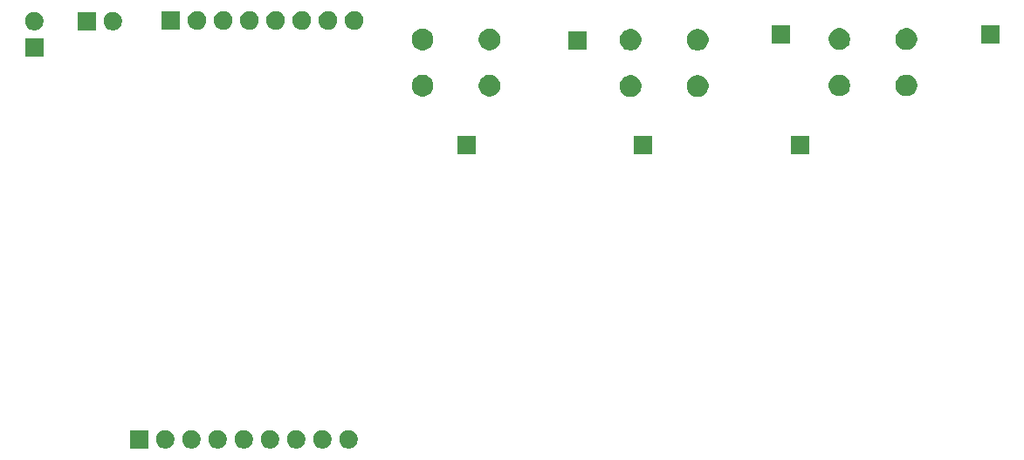
<source format=gbr>
G04 #@! TF.GenerationSoftware,KiCad,Pcbnew,(5.1.5)-3*
G04 #@! TF.CreationDate,2020-02-26T16:32:23+01:00*
G04 #@! TF.ProjectId,Testingboard,54657374-696e-4676-926f-6172642e6b69,rev?*
G04 #@! TF.SameCoordinates,Original*
G04 #@! TF.FileFunction,Soldermask,Bot*
G04 #@! TF.FilePolarity,Negative*
%FSLAX46Y46*%
G04 Gerber Fmt 4.6, Leading zero omitted, Abs format (unit mm)*
G04 Created by KiCad (PCBNEW (5.1.5)-3) date 2020-02-26 16:32:23*
%MOMM*%
%LPD*%
G04 APERTURE LIST*
%ADD10C,0.100000*%
G04 APERTURE END LIST*
D10*
G36*
X105523512Y-80383927D02*
G01*
X105672812Y-80413624D01*
X105836784Y-80481544D01*
X105984354Y-80580147D01*
X106109853Y-80705646D01*
X106208456Y-80853216D01*
X106276376Y-81017188D01*
X106311000Y-81191259D01*
X106311000Y-81368741D01*
X106276376Y-81542812D01*
X106208456Y-81706784D01*
X106109853Y-81854354D01*
X105984354Y-81979853D01*
X105836784Y-82078456D01*
X105672812Y-82146376D01*
X105523512Y-82176073D01*
X105498742Y-82181000D01*
X105321258Y-82181000D01*
X105296488Y-82176073D01*
X105147188Y-82146376D01*
X104983216Y-82078456D01*
X104835646Y-81979853D01*
X104710147Y-81854354D01*
X104611544Y-81706784D01*
X104543624Y-81542812D01*
X104509000Y-81368741D01*
X104509000Y-81191259D01*
X104543624Y-81017188D01*
X104611544Y-80853216D01*
X104710147Y-80705646D01*
X104835646Y-80580147D01*
X104983216Y-80481544D01*
X105147188Y-80413624D01*
X105296488Y-80383927D01*
X105321258Y-80379000D01*
X105498742Y-80379000D01*
X105523512Y-80383927D01*
G37*
G36*
X118223512Y-80383927D02*
G01*
X118372812Y-80413624D01*
X118536784Y-80481544D01*
X118684354Y-80580147D01*
X118809853Y-80705646D01*
X118908456Y-80853216D01*
X118976376Y-81017188D01*
X119011000Y-81191259D01*
X119011000Y-81368741D01*
X118976376Y-81542812D01*
X118908456Y-81706784D01*
X118809853Y-81854354D01*
X118684354Y-81979853D01*
X118536784Y-82078456D01*
X118372812Y-82146376D01*
X118223512Y-82176073D01*
X118198742Y-82181000D01*
X118021258Y-82181000D01*
X117996488Y-82176073D01*
X117847188Y-82146376D01*
X117683216Y-82078456D01*
X117535646Y-81979853D01*
X117410147Y-81854354D01*
X117311544Y-81706784D01*
X117243624Y-81542812D01*
X117209000Y-81368741D01*
X117209000Y-81191259D01*
X117243624Y-81017188D01*
X117311544Y-80853216D01*
X117410147Y-80705646D01*
X117535646Y-80580147D01*
X117683216Y-80481544D01*
X117847188Y-80413624D01*
X117996488Y-80383927D01*
X118021258Y-80379000D01*
X118198742Y-80379000D01*
X118223512Y-80383927D01*
G37*
G36*
X120763512Y-80383927D02*
G01*
X120912812Y-80413624D01*
X121076784Y-80481544D01*
X121224354Y-80580147D01*
X121349853Y-80705646D01*
X121448456Y-80853216D01*
X121516376Y-81017188D01*
X121551000Y-81191259D01*
X121551000Y-81368741D01*
X121516376Y-81542812D01*
X121448456Y-81706784D01*
X121349853Y-81854354D01*
X121224354Y-81979853D01*
X121076784Y-82078456D01*
X120912812Y-82146376D01*
X120763512Y-82176073D01*
X120738742Y-82181000D01*
X120561258Y-82181000D01*
X120536488Y-82176073D01*
X120387188Y-82146376D01*
X120223216Y-82078456D01*
X120075646Y-81979853D01*
X119950147Y-81854354D01*
X119851544Y-81706784D01*
X119783624Y-81542812D01*
X119749000Y-81368741D01*
X119749000Y-81191259D01*
X119783624Y-81017188D01*
X119851544Y-80853216D01*
X119950147Y-80705646D01*
X120075646Y-80580147D01*
X120223216Y-80481544D01*
X120387188Y-80413624D01*
X120536488Y-80383927D01*
X120561258Y-80379000D01*
X120738742Y-80379000D01*
X120763512Y-80383927D01*
G37*
G36*
X115683512Y-80383927D02*
G01*
X115832812Y-80413624D01*
X115996784Y-80481544D01*
X116144354Y-80580147D01*
X116269853Y-80705646D01*
X116368456Y-80853216D01*
X116436376Y-81017188D01*
X116471000Y-81191259D01*
X116471000Y-81368741D01*
X116436376Y-81542812D01*
X116368456Y-81706784D01*
X116269853Y-81854354D01*
X116144354Y-81979853D01*
X115996784Y-82078456D01*
X115832812Y-82146376D01*
X115683512Y-82176073D01*
X115658742Y-82181000D01*
X115481258Y-82181000D01*
X115456488Y-82176073D01*
X115307188Y-82146376D01*
X115143216Y-82078456D01*
X114995646Y-81979853D01*
X114870147Y-81854354D01*
X114771544Y-81706784D01*
X114703624Y-81542812D01*
X114669000Y-81368741D01*
X114669000Y-81191259D01*
X114703624Y-81017188D01*
X114771544Y-80853216D01*
X114870147Y-80705646D01*
X114995646Y-80580147D01*
X115143216Y-80481544D01*
X115307188Y-80413624D01*
X115456488Y-80383927D01*
X115481258Y-80379000D01*
X115658742Y-80379000D01*
X115683512Y-80383927D01*
G37*
G36*
X113143512Y-80383927D02*
G01*
X113292812Y-80413624D01*
X113456784Y-80481544D01*
X113604354Y-80580147D01*
X113729853Y-80705646D01*
X113828456Y-80853216D01*
X113896376Y-81017188D01*
X113931000Y-81191259D01*
X113931000Y-81368741D01*
X113896376Y-81542812D01*
X113828456Y-81706784D01*
X113729853Y-81854354D01*
X113604354Y-81979853D01*
X113456784Y-82078456D01*
X113292812Y-82146376D01*
X113143512Y-82176073D01*
X113118742Y-82181000D01*
X112941258Y-82181000D01*
X112916488Y-82176073D01*
X112767188Y-82146376D01*
X112603216Y-82078456D01*
X112455646Y-81979853D01*
X112330147Y-81854354D01*
X112231544Y-81706784D01*
X112163624Y-81542812D01*
X112129000Y-81368741D01*
X112129000Y-81191259D01*
X112163624Y-81017188D01*
X112231544Y-80853216D01*
X112330147Y-80705646D01*
X112455646Y-80580147D01*
X112603216Y-80481544D01*
X112767188Y-80413624D01*
X112916488Y-80383927D01*
X112941258Y-80379000D01*
X113118742Y-80379000D01*
X113143512Y-80383927D01*
G37*
G36*
X110603512Y-80383927D02*
G01*
X110752812Y-80413624D01*
X110916784Y-80481544D01*
X111064354Y-80580147D01*
X111189853Y-80705646D01*
X111288456Y-80853216D01*
X111356376Y-81017188D01*
X111391000Y-81191259D01*
X111391000Y-81368741D01*
X111356376Y-81542812D01*
X111288456Y-81706784D01*
X111189853Y-81854354D01*
X111064354Y-81979853D01*
X110916784Y-82078456D01*
X110752812Y-82146376D01*
X110603512Y-82176073D01*
X110578742Y-82181000D01*
X110401258Y-82181000D01*
X110376488Y-82176073D01*
X110227188Y-82146376D01*
X110063216Y-82078456D01*
X109915646Y-81979853D01*
X109790147Y-81854354D01*
X109691544Y-81706784D01*
X109623624Y-81542812D01*
X109589000Y-81368741D01*
X109589000Y-81191259D01*
X109623624Y-81017188D01*
X109691544Y-80853216D01*
X109790147Y-80705646D01*
X109915646Y-80580147D01*
X110063216Y-80481544D01*
X110227188Y-80413624D01*
X110376488Y-80383927D01*
X110401258Y-80379000D01*
X110578742Y-80379000D01*
X110603512Y-80383927D01*
G37*
G36*
X108063512Y-80383927D02*
G01*
X108212812Y-80413624D01*
X108376784Y-80481544D01*
X108524354Y-80580147D01*
X108649853Y-80705646D01*
X108748456Y-80853216D01*
X108816376Y-81017188D01*
X108851000Y-81191259D01*
X108851000Y-81368741D01*
X108816376Y-81542812D01*
X108748456Y-81706784D01*
X108649853Y-81854354D01*
X108524354Y-81979853D01*
X108376784Y-82078456D01*
X108212812Y-82146376D01*
X108063512Y-82176073D01*
X108038742Y-82181000D01*
X107861258Y-82181000D01*
X107836488Y-82176073D01*
X107687188Y-82146376D01*
X107523216Y-82078456D01*
X107375646Y-81979853D01*
X107250147Y-81854354D01*
X107151544Y-81706784D01*
X107083624Y-81542812D01*
X107049000Y-81368741D01*
X107049000Y-81191259D01*
X107083624Y-81017188D01*
X107151544Y-80853216D01*
X107250147Y-80705646D01*
X107375646Y-80580147D01*
X107523216Y-80481544D01*
X107687188Y-80413624D01*
X107836488Y-80383927D01*
X107861258Y-80379000D01*
X108038742Y-80379000D01*
X108063512Y-80383927D01*
G37*
G36*
X101231000Y-82181000D02*
G01*
X99429000Y-82181000D01*
X99429000Y-80379000D01*
X101231000Y-80379000D01*
X101231000Y-82181000D01*
G37*
G36*
X102983512Y-80383927D02*
G01*
X103132812Y-80413624D01*
X103296784Y-80481544D01*
X103444354Y-80580147D01*
X103569853Y-80705646D01*
X103668456Y-80853216D01*
X103736376Y-81017188D01*
X103771000Y-81191259D01*
X103771000Y-81368741D01*
X103736376Y-81542812D01*
X103668456Y-81706784D01*
X103569853Y-81854354D01*
X103444354Y-81979853D01*
X103296784Y-82078456D01*
X103132812Y-82146376D01*
X102983512Y-82176073D01*
X102958742Y-82181000D01*
X102781258Y-82181000D01*
X102756488Y-82176073D01*
X102607188Y-82146376D01*
X102443216Y-82078456D01*
X102295646Y-81979853D01*
X102170147Y-81854354D01*
X102071544Y-81706784D01*
X102003624Y-81542812D01*
X101969000Y-81368741D01*
X101969000Y-81191259D01*
X102003624Y-81017188D01*
X102071544Y-80853216D01*
X102170147Y-80705646D01*
X102295646Y-80580147D01*
X102443216Y-80481544D01*
X102607188Y-80413624D01*
X102756488Y-80383927D01*
X102781258Y-80379000D01*
X102958742Y-80379000D01*
X102983512Y-80383927D01*
G37*
G36*
X165366000Y-53606000D02*
G01*
X163564000Y-53606000D01*
X163564000Y-51804000D01*
X165366000Y-51804000D01*
X165366000Y-53606000D01*
G37*
G36*
X132981000Y-53606000D02*
G01*
X131179000Y-53606000D01*
X131179000Y-51804000D01*
X132981000Y-51804000D01*
X132981000Y-53606000D01*
G37*
G36*
X150126000Y-53606000D02*
G01*
X148324000Y-53606000D01*
X148324000Y-51804000D01*
X150126000Y-51804000D01*
X150126000Y-53606000D01*
G37*
G36*
X154816565Y-45939390D02*
G01*
X155007834Y-46018616D01*
X155007836Y-46018617D01*
X155179974Y-46133636D01*
X155326366Y-46280028D01*
X155424681Y-46427166D01*
X155441386Y-46452168D01*
X155520612Y-46643437D01*
X155561001Y-46846485D01*
X155561001Y-47053517D01*
X155520612Y-47256565D01*
X155466238Y-47387836D01*
X155441385Y-47447836D01*
X155326366Y-47619974D01*
X155179974Y-47766366D01*
X155007836Y-47881385D01*
X155007835Y-47881386D01*
X155007834Y-47881386D01*
X154816565Y-47960612D01*
X154613517Y-48001001D01*
X154406485Y-48001001D01*
X154203437Y-47960612D01*
X154012168Y-47881386D01*
X154012167Y-47881386D01*
X154012166Y-47881385D01*
X153840028Y-47766366D01*
X153693636Y-47619974D01*
X153578617Y-47447836D01*
X153553764Y-47387836D01*
X153499390Y-47256565D01*
X153459001Y-47053517D01*
X153459001Y-46846485D01*
X153499390Y-46643437D01*
X153578616Y-46452168D01*
X153595322Y-46427166D01*
X153693636Y-46280028D01*
X153840028Y-46133636D01*
X154012166Y-46018617D01*
X154012168Y-46018616D01*
X154203437Y-45939390D01*
X154406485Y-45899001D01*
X154613517Y-45899001D01*
X154816565Y-45939390D01*
G37*
G36*
X148316565Y-45939390D02*
G01*
X148507834Y-46018616D01*
X148507836Y-46018617D01*
X148679974Y-46133636D01*
X148826366Y-46280028D01*
X148924681Y-46427166D01*
X148941386Y-46452168D01*
X149020612Y-46643437D01*
X149061001Y-46846485D01*
X149061001Y-47053517D01*
X149020612Y-47256565D01*
X148966238Y-47387836D01*
X148941385Y-47447836D01*
X148826366Y-47619974D01*
X148679974Y-47766366D01*
X148507836Y-47881385D01*
X148507835Y-47881386D01*
X148507834Y-47881386D01*
X148316565Y-47960612D01*
X148113517Y-48001001D01*
X147906485Y-48001001D01*
X147703437Y-47960612D01*
X147512168Y-47881386D01*
X147512167Y-47881386D01*
X147512166Y-47881385D01*
X147340028Y-47766366D01*
X147193636Y-47619974D01*
X147078617Y-47447836D01*
X147053764Y-47387836D01*
X146999390Y-47256565D01*
X146959001Y-47053517D01*
X146959001Y-46846485D01*
X146999390Y-46643437D01*
X147078616Y-46452168D01*
X147095322Y-46427166D01*
X147193636Y-46280028D01*
X147340028Y-46133636D01*
X147512166Y-46018617D01*
X147512168Y-46018616D01*
X147703437Y-45939390D01*
X147906485Y-45899001D01*
X148113517Y-45899001D01*
X148316565Y-45939390D01*
G37*
G36*
X134636565Y-45914390D02*
G01*
X134827834Y-45993616D01*
X134827836Y-45993617D01*
X134999974Y-46108636D01*
X135146366Y-46255028D01*
X135237999Y-46392166D01*
X135261386Y-46427168D01*
X135340612Y-46618437D01*
X135381001Y-46821485D01*
X135381001Y-47028517D01*
X135340612Y-47231565D01*
X135261386Y-47422834D01*
X135261385Y-47422836D01*
X135146366Y-47594974D01*
X134999974Y-47741366D01*
X134827836Y-47856385D01*
X134827835Y-47856386D01*
X134827834Y-47856386D01*
X134636565Y-47935612D01*
X134433517Y-47976001D01*
X134226485Y-47976001D01*
X134023437Y-47935612D01*
X133832168Y-47856386D01*
X133832167Y-47856386D01*
X133832166Y-47856385D01*
X133660028Y-47741366D01*
X133513636Y-47594974D01*
X133398617Y-47422836D01*
X133398616Y-47422834D01*
X133319390Y-47231565D01*
X133279001Y-47028517D01*
X133279001Y-46821485D01*
X133319390Y-46618437D01*
X133398616Y-46427168D01*
X133422004Y-46392166D01*
X133513636Y-46255028D01*
X133660028Y-46108636D01*
X133832166Y-45993617D01*
X133832168Y-45993616D01*
X134023437Y-45914390D01*
X134226485Y-45874001D01*
X134433517Y-45874001D01*
X134636565Y-45914390D01*
G37*
G36*
X128136565Y-45914390D02*
G01*
X128327834Y-45993616D01*
X128327836Y-45993617D01*
X128499974Y-46108636D01*
X128646366Y-46255028D01*
X128737999Y-46392166D01*
X128761386Y-46427168D01*
X128840612Y-46618437D01*
X128881001Y-46821485D01*
X128881001Y-47028517D01*
X128840612Y-47231565D01*
X128761386Y-47422834D01*
X128761385Y-47422836D01*
X128646366Y-47594974D01*
X128499974Y-47741366D01*
X128327836Y-47856385D01*
X128327835Y-47856386D01*
X128327834Y-47856386D01*
X128136565Y-47935612D01*
X127933517Y-47976001D01*
X127726485Y-47976001D01*
X127523437Y-47935612D01*
X127332168Y-47856386D01*
X127332167Y-47856386D01*
X127332166Y-47856385D01*
X127160028Y-47741366D01*
X127013636Y-47594974D01*
X126898617Y-47422836D01*
X126898616Y-47422834D01*
X126819390Y-47231565D01*
X126779001Y-47028517D01*
X126779001Y-46821485D01*
X126819390Y-46618437D01*
X126898616Y-46427168D01*
X126922004Y-46392166D01*
X127013636Y-46255028D01*
X127160028Y-46108636D01*
X127332166Y-45993617D01*
X127332168Y-45993616D01*
X127523437Y-45914390D01*
X127726485Y-45874001D01*
X127933517Y-45874001D01*
X128136565Y-45914390D01*
G37*
G36*
X175071565Y-45879390D02*
G01*
X175262834Y-45958616D01*
X175262836Y-45958617D01*
X175315217Y-45993617D01*
X175434974Y-46073636D01*
X175581366Y-46220028D01*
X175696386Y-46392168D01*
X175775612Y-46583437D01*
X175816001Y-46786485D01*
X175816001Y-46993517D01*
X175775612Y-47196565D01*
X175696386Y-47387834D01*
X175696385Y-47387836D01*
X175581366Y-47559974D01*
X175434974Y-47706366D01*
X175262836Y-47821385D01*
X175262835Y-47821386D01*
X175262834Y-47821386D01*
X175071565Y-47900612D01*
X174868517Y-47941001D01*
X174661485Y-47941001D01*
X174458437Y-47900612D01*
X174267168Y-47821386D01*
X174267167Y-47821386D01*
X174267166Y-47821385D01*
X174095028Y-47706366D01*
X173948636Y-47559974D01*
X173833617Y-47387836D01*
X173833616Y-47387834D01*
X173754390Y-47196565D01*
X173714001Y-46993517D01*
X173714001Y-46786485D01*
X173754390Y-46583437D01*
X173833616Y-46392168D01*
X173948636Y-46220028D01*
X174095028Y-46073636D01*
X174214785Y-45993617D01*
X174267166Y-45958617D01*
X174267168Y-45958616D01*
X174458437Y-45879390D01*
X174661485Y-45839001D01*
X174868517Y-45839001D01*
X175071565Y-45879390D01*
G37*
G36*
X168571565Y-45879390D02*
G01*
X168762834Y-45958616D01*
X168762836Y-45958617D01*
X168815217Y-45993617D01*
X168934974Y-46073636D01*
X169081366Y-46220028D01*
X169196386Y-46392168D01*
X169275612Y-46583437D01*
X169316001Y-46786485D01*
X169316001Y-46993517D01*
X169275612Y-47196565D01*
X169196386Y-47387834D01*
X169196385Y-47387836D01*
X169081366Y-47559974D01*
X168934974Y-47706366D01*
X168762836Y-47821385D01*
X168762835Y-47821386D01*
X168762834Y-47821386D01*
X168571565Y-47900612D01*
X168368517Y-47941001D01*
X168161485Y-47941001D01*
X167958437Y-47900612D01*
X167767168Y-47821386D01*
X167767167Y-47821386D01*
X167767166Y-47821385D01*
X167595028Y-47706366D01*
X167448636Y-47559974D01*
X167333617Y-47387836D01*
X167333616Y-47387834D01*
X167254390Y-47196565D01*
X167214001Y-46993517D01*
X167214001Y-46786485D01*
X167254390Y-46583437D01*
X167333616Y-46392168D01*
X167448636Y-46220028D01*
X167595028Y-46073636D01*
X167714785Y-45993617D01*
X167767166Y-45958617D01*
X167767168Y-45958616D01*
X167958437Y-45879390D01*
X168161485Y-45839001D01*
X168368517Y-45839001D01*
X168571565Y-45879390D01*
G37*
G36*
X91071000Y-44081000D02*
G01*
X89269000Y-44081000D01*
X89269000Y-42279000D01*
X91071000Y-42279000D01*
X91071000Y-44081000D01*
G37*
G36*
X148316565Y-41439390D02*
G01*
X148507834Y-41518616D01*
X148507836Y-41518617D01*
X148679974Y-41633636D01*
X148826366Y-41780028D01*
X148924681Y-41927166D01*
X148941386Y-41952168D01*
X149020612Y-42143437D01*
X149061001Y-42346485D01*
X149061001Y-42553517D01*
X149020612Y-42756565D01*
X148966238Y-42887836D01*
X148941385Y-42947836D01*
X148826366Y-43119974D01*
X148679974Y-43266366D01*
X148507836Y-43381385D01*
X148507835Y-43381386D01*
X148507834Y-43381386D01*
X148316565Y-43460612D01*
X148113517Y-43501001D01*
X147906485Y-43501001D01*
X147703437Y-43460612D01*
X147512168Y-43381386D01*
X147512167Y-43381386D01*
X147512166Y-43381385D01*
X147340028Y-43266366D01*
X147193636Y-43119974D01*
X147078617Y-42947836D01*
X147053764Y-42887836D01*
X146999390Y-42756565D01*
X146959001Y-42553517D01*
X146959001Y-42346485D01*
X146999390Y-42143437D01*
X147078616Y-41952168D01*
X147095322Y-41927166D01*
X147193636Y-41780028D01*
X147340028Y-41633636D01*
X147512166Y-41518617D01*
X147512168Y-41518616D01*
X147703437Y-41439390D01*
X147906485Y-41399001D01*
X148113517Y-41399001D01*
X148316565Y-41439390D01*
G37*
G36*
X154816565Y-41439390D02*
G01*
X155007834Y-41518616D01*
X155007836Y-41518617D01*
X155179974Y-41633636D01*
X155326366Y-41780028D01*
X155424681Y-41927166D01*
X155441386Y-41952168D01*
X155520612Y-42143437D01*
X155561001Y-42346485D01*
X155561001Y-42553517D01*
X155520612Y-42756565D01*
X155466238Y-42887836D01*
X155441385Y-42947836D01*
X155326366Y-43119974D01*
X155179974Y-43266366D01*
X155007836Y-43381385D01*
X155007835Y-43381386D01*
X155007834Y-43381386D01*
X154816565Y-43460612D01*
X154613517Y-43501001D01*
X154406485Y-43501001D01*
X154203437Y-43460612D01*
X154012168Y-43381386D01*
X154012167Y-43381386D01*
X154012166Y-43381385D01*
X153840028Y-43266366D01*
X153693636Y-43119974D01*
X153578617Y-42947836D01*
X153553764Y-42887836D01*
X153499390Y-42756565D01*
X153459001Y-42553517D01*
X153459001Y-42346485D01*
X153499390Y-42143437D01*
X153578616Y-41952168D01*
X153595322Y-41927166D01*
X153693636Y-41780028D01*
X153840028Y-41633636D01*
X154012166Y-41518617D01*
X154012168Y-41518616D01*
X154203437Y-41439390D01*
X154406485Y-41399001D01*
X154613517Y-41399001D01*
X154816565Y-41439390D01*
G37*
G36*
X134636565Y-41414390D02*
G01*
X134761160Y-41465999D01*
X134827836Y-41493617D01*
X134999974Y-41608636D01*
X135146366Y-41755028D01*
X135237999Y-41892166D01*
X135261386Y-41927168D01*
X135340612Y-42118437D01*
X135381001Y-42321485D01*
X135381001Y-42528517D01*
X135340612Y-42731565D01*
X135261386Y-42922834D01*
X135261385Y-42922836D01*
X135146366Y-43094974D01*
X134999974Y-43241366D01*
X134827836Y-43356385D01*
X134827835Y-43356386D01*
X134827834Y-43356386D01*
X134636565Y-43435612D01*
X134433517Y-43476001D01*
X134226485Y-43476001D01*
X134023437Y-43435612D01*
X133832168Y-43356386D01*
X133832167Y-43356386D01*
X133832166Y-43356385D01*
X133660028Y-43241366D01*
X133513636Y-43094974D01*
X133398617Y-42922836D01*
X133398616Y-42922834D01*
X133319390Y-42731565D01*
X133279001Y-42528517D01*
X133279001Y-42321485D01*
X133319390Y-42118437D01*
X133398616Y-41927168D01*
X133422004Y-41892166D01*
X133513636Y-41755028D01*
X133660028Y-41608636D01*
X133832166Y-41493617D01*
X133898842Y-41465999D01*
X134023437Y-41414390D01*
X134226485Y-41374001D01*
X134433517Y-41374001D01*
X134636565Y-41414390D01*
G37*
G36*
X128136565Y-41414390D02*
G01*
X128261160Y-41465999D01*
X128327836Y-41493617D01*
X128499974Y-41608636D01*
X128646366Y-41755028D01*
X128737999Y-41892166D01*
X128761386Y-41927168D01*
X128840612Y-42118437D01*
X128881001Y-42321485D01*
X128881001Y-42528517D01*
X128840612Y-42731565D01*
X128761386Y-42922834D01*
X128761385Y-42922836D01*
X128646366Y-43094974D01*
X128499974Y-43241366D01*
X128327836Y-43356385D01*
X128327835Y-43356386D01*
X128327834Y-43356386D01*
X128136565Y-43435612D01*
X127933517Y-43476001D01*
X127726485Y-43476001D01*
X127523437Y-43435612D01*
X127332168Y-43356386D01*
X127332167Y-43356386D01*
X127332166Y-43356385D01*
X127160028Y-43241366D01*
X127013636Y-43094974D01*
X126898617Y-42922836D01*
X126898616Y-42922834D01*
X126819390Y-42731565D01*
X126779001Y-42528517D01*
X126779001Y-42321485D01*
X126819390Y-42118437D01*
X126898616Y-41927168D01*
X126922004Y-41892166D01*
X127013636Y-41755028D01*
X127160028Y-41608636D01*
X127332166Y-41493617D01*
X127398842Y-41465999D01*
X127523437Y-41414390D01*
X127726485Y-41374001D01*
X127933517Y-41374001D01*
X128136565Y-41414390D01*
G37*
G36*
X143776000Y-43446000D02*
G01*
X141974000Y-43446000D01*
X141974000Y-41644000D01*
X143776000Y-41644000D01*
X143776000Y-43446000D01*
G37*
G36*
X175071565Y-41379390D02*
G01*
X175262834Y-41458616D01*
X175262836Y-41458617D01*
X175315217Y-41493617D01*
X175434974Y-41573636D01*
X175581366Y-41720028D01*
X175696386Y-41892168D01*
X175775612Y-42083437D01*
X175816001Y-42286485D01*
X175816001Y-42493517D01*
X175775612Y-42696565D01*
X175696386Y-42887834D01*
X175696385Y-42887836D01*
X175581366Y-43059974D01*
X175434974Y-43206366D01*
X175262836Y-43321385D01*
X175262835Y-43321386D01*
X175262834Y-43321386D01*
X175071565Y-43400612D01*
X174868517Y-43441001D01*
X174661485Y-43441001D01*
X174458437Y-43400612D01*
X174267168Y-43321386D01*
X174267167Y-43321386D01*
X174267166Y-43321385D01*
X174095028Y-43206366D01*
X173948636Y-43059974D01*
X173833617Y-42887836D01*
X173833616Y-42887834D01*
X173754390Y-42696565D01*
X173714001Y-42493517D01*
X173714001Y-42286485D01*
X173754390Y-42083437D01*
X173833616Y-41892168D01*
X173948636Y-41720028D01*
X174095028Y-41573636D01*
X174214785Y-41493617D01*
X174267166Y-41458617D01*
X174267168Y-41458616D01*
X174458437Y-41379390D01*
X174661485Y-41339001D01*
X174868517Y-41339001D01*
X175071565Y-41379390D01*
G37*
G36*
X168571565Y-41379390D02*
G01*
X168762834Y-41458616D01*
X168762836Y-41458617D01*
X168815217Y-41493617D01*
X168934974Y-41573636D01*
X169081366Y-41720028D01*
X169196386Y-41892168D01*
X169275612Y-42083437D01*
X169316001Y-42286485D01*
X169316001Y-42493517D01*
X169275612Y-42696565D01*
X169196386Y-42887834D01*
X169196385Y-42887836D01*
X169081366Y-43059974D01*
X168934974Y-43206366D01*
X168762836Y-43321385D01*
X168762835Y-43321386D01*
X168762834Y-43321386D01*
X168571565Y-43400612D01*
X168368517Y-43441001D01*
X168161485Y-43441001D01*
X167958437Y-43400612D01*
X167767168Y-43321386D01*
X167767167Y-43321386D01*
X167767166Y-43321385D01*
X167595028Y-43206366D01*
X167448636Y-43059974D01*
X167333617Y-42887836D01*
X167333616Y-42887834D01*
X167254390Y-42696565D01*
X167214001Y-42493517D01*
X167214001Y-42286485D01*
X167254390Y-42083437D01*
X167333616Y-41892168D01*
X167448636Y-41720028D01*
X167595028Y-41573636D01*
X167714785Y-41493617D01*
X167767166Y-41458617D01*
X167767168Y-41458616D01*
X167958437Y-41379390D01*
X168161485Y-41339001D01*
X168368517Y-41339001D01*
X168571565Y-41379390D01*
G37*
G36*
X163461000Y-42811000D02*
G01*
X161659000Y-42811000D01*
X161659000Y-41009000D01*
X163461000Y-41009000D01*
X163461000Y-42811000D01*
G37*
G36*
X183781000Y-42811000D02*
G01*
X181979000Y-42811000D01*
X181979000Y-41009000D01*
X183781000Y-41009000D01*
X183781000Y-42811000D01*
G37*
G36*
X97903512Y-39743927D02*
G01*
X98052812Y-39773624D01*
X98216784Y-39841544D01*
X98364354Y-39940147D01*
X98489853Y-40065646D01*
X98588456Y-40213216D01*
X98656376Y-40377188D01*
X98691000Y-40551259D01*
X98691000Y-40728741D01*
X98656376Y-40902812D01*
X98588456Y-41066784D01*
X98489853Y-41214354D01*
X98364354Y-41339853D01*
X98216784Y-41438456D01*
X98052812Y-41506376D01*
X97903512Y-41536073D01*
X97878742Y-41541000D01*
X97701258Y-41541000D01*
X97676488Y-41536073D01*
X97527188Y-41506376D01*
X97363216Y-41438456D01*
X97215646Y-41339853D01*
X97090147Y-41214354D01*
X96991544Y-41066784D01*
X96923624Y-40902812D01*
X96889000Y-40728741D01*
X96889000Y-40551259D01*
X96923624Y-40377188D01*
X96991544Y-40213216D01*
X97090147Y-40065646D01*
X97215646Y-39940147D01*
X97363216Y-39841544D01*
X97527188Y-39773624D01*
X97676488Y-39743927D01*
X97701258Y-39739000D01*
X97878742Y-39739000D01*
X97903512Y-39743927D01*
G37*
G36*
X90283512Y-39743927D02*
G01*
X90432812Y-39773624D01*
X90596784Y-39841544D01*
X90744354Y-39940147D01*
X90869853Y-40065646D01*
X90968456Y-40213216D01*
X91036376Y-40377188D01*
X91071000Y-40551259D01*
X91071000Y-40728741D01*
X91036376Y-40902812D01*
X90968456Y-41066784D01*
X90869853Y-41214354D01*
X90744354Y-41339853D01*
X90596784Y-41438456D01*
X90432812Y-41506376D01*
X90283512Y-41536073D01*
X90258742Y-41541000D01*
X90081258Y-41541000D01*
X90056488Y-41536073D01*
X89907188Y-41506376D01*
X89743216Y-41438456D01*
X89595646Y-41339853D01*
X89470147Y-41214354D01*
X89371544Y-41066784D01*
X89303624Y-40902812D01*
X89269000Y-40728741D01*
X89269000Y-40551259D01*
X89303624Y-40377188D01*
X89371544Y-40213216D01*
X89470147Y-40065646D01*
X89595646Y-39940147D01*
X89743216Y-39841544D01*
X89907188Y-39773624D01*
X90056488Y-39743927D01*
X90081258Y-39739000D01*
X90258742Y-39739000D01*
X90283512Y-39743927D01*
G37*
G36*
X96151000Y-41541000D02*
G01*
X94349000Y-41541000D01*
X94349000Y-39739000D01*
X96151000Y-39739000D01*
X96151000Y-41541000D01*
G37*
G36*
X113698513Y-39668926D02*
G01*
X113847813Y-39698623D01*
X114011785Y-39766543D01*
X114159355Y-39865146D01*
X114284854Y-39990645D01*
X114383457Y-40138215D01*
X114451377Y-40302187D01*
X114486001Y-40476258D01*
X114486001Y-40653740D01*
X114451377Y-40827811D01*
X114383457Y-40991783D01*
X114284854Y-41139353D01*
X114159355Y-41264852D01*
X114011785Y-41363455D01*
X113847813Y-41431375D01*
X113698513Y-41461072D01*
X113673743Y-41465999D01*
X113496259Y-41465999D01*
X113471489Y-41461072D01*
X113322189Y-41431375D01*
X113158217Y-41363455D01*
X113010647Y-41264852D01*
X112885148Y-41139353D01*
X112786545Y-40991783D01*
X112718625Y-40827811D01*
X112684001Y-40653740D01*
X112684001Y-40476258D01*
X112718625Y-40302187D01*
X112786545Y-40138215D01*
X112885148Y-39990645D01*
X113010647Y-39865146D01*
X113158217Y-39766543D01*
X113322189Y-39698623D01*
X113471489Y-39668926D01*
X113496259Y-39663999D01*
X113673743Y-39663999D01*
X113698513Y-39668926D01*
G37*
G36*
X121318513Y-39668926D02*
G01*
X121467813Y-39698623D01*
X121631785Y-39766543D01*
X121779355Y-39865146D01*
X121904854Y-39990645D01*
X122003457Y-40138215D01*
X122071377Y-40302187D01*
X122106001Y-40476258D01*
X122106001Y-40653740D01*
X122071377Y-40827811D01*
X122003457Y-40991783D01*
X121904854Y-41139353D01*
X121779355Y-41264852D01*
X121631785Y-41363455D01*
X121467813Y-41431375D01*
X121318513Y-41461072D01*
X121293743Y-41465999D01*
X121116259Y-41465999D01*
X121091489Y-41461072D01*
X120942189Y-41431375D01*
X120778217Y-41363455D01*
X120630647Y-41264852D01*
X120505148Y-41139353D01*
X120406545Y-40991783D01*
X120338625Y-40827811D01*
X120304001Y-40653740D01*
X120304001Y-40476258D01*
X120338625Y-40302187D01*
X120406545Y-40138215D01*
X120505148Y-39990645D01*
X120630647Y-39865146D01*
X120778217Y-39766543D01*
X120942189Y-39698623D01*
X121091489Y-39668926D01*
X121116259Y-39663999D01*
X121293743Y-39663999D01*
X121318513Y-39668926D01*
G37*
G36*
X118778513Y-39668926D02*
G01*
X118927813Y-39698623D01*
X119091785Y-39766543D01*
X119239355Y-39865146D01*
X119364854Y-39990645D01*
X119463457Y-40138215D01*
X119531377Y-40302187D01*
X119566001Y-40476258D01*
X119566001Y-40653740D01*
X119531377Y-40827811D01*
X119463457Y-40991783D01*
X119364854Y-41139353D01*
X119239355Y-41264852D01*
X119091785Y-41363455D01*
X118927813Y-41431375D01*
X118778513Y-41461072D01*
X118753743Y-41465999D01*
X118576259Y-41465999D01*
X118551489Y-41461072D01*
X118402189Y-41431375D01*
X118238217Y-41363455D01*
X118090647Y-41264852D01*
X117965148Y-41139353D01*
X117866545Y-40991783D01*
X117798625Y-40827811D01*
X117764001Y-40653740D01*
X117764001Y-40476258D01*
X117798625Y-40302187D01*
X117866545Y-40138215D01*
X117965148Y-39990645D01*
X118090647Y-39865146D01*
X118238217Y-39766543D01*
X118402189Y-39698623D01*
X118551489Y-39668926D01*
X118576259Y-39663999D01*
X118753743Y-39663999D01*
X118778513Y-39668926D01*
G37*
G36*
X116238513Y-39668926D02*
G01*
X116387813Y-39698623D01*
X116551785Y-39766543D01*
X116699355Y-39865146D01*
X116824854Y-39990645D01*
X116923457Y-40138215D01*
X116991377Y-40302187D01*
X117026001Y-40476258D01*
X117026001Y-40653740D01*
X116991377Y-40827811D01*
X116923457Y-40991783D01*
X116824854Y-41139353D01*
X116699355Y-41264852D01*
X116551785Y-41363455D01*
X116387813Y-41431375D01*
X116238513Y-41461072D01*
X116213743Y-41465999D01*
X116036259Y-41465999D01*
X116011489Y-41461072D01*
X115862189Y-41431375D01*
X115698217Y-41363455D01*
X115550647Y-41264852D01*
X115425148Y-41139353D01*
X115326545Y-40991783D01*
X115258625Y-40827811D01*
X115224001Y-40653740D01*
X115224001Y-40476258D01*
X115258625Y-40302187D01*
X115326545Y-40138215D01*
X115425148Y-39990645D01*
X115550647Y-39865146D01*
X115698217Y-39766543D01*
X115862189Y-39698623D01*
X116011489Y-39668926D01*
X116036259Y-39663999D01*
X116213743Y-39663999D01*
X116238513Y-39668926D01*
G37*
G36*
X111158513Y-39668926D02*
G01*
X111307813Y-39698623D01*
X111471785Y-39766543D01*
X111619355Y-39865146D01*
X111744854Y-39990645D01*
X111843457Y-40138215D01*
X111911377Y-40302187D01*
X111946001Y-40476258D01*
X111946001Y-40653740D01*
X111911377Y-40827811D01*
X111843457Y-40991783D01*
X111744854Y-41139353D01*
X111619355Y-41264852D01*
X111471785Y-41363455D01*
X111307813Y-41431375D01*
X111158513Y-41461072D01*
X111133743Y-41465999D01*
X110956259Y-41465999D01*
X110931489Y-41461072D01*
X110782189Y-41431375D01*
X110618217Y-41363455D01*
X110470647Y-41264852D01*
X110345148Y-41139353D01*
X110246545Y-40991783D01*
X110178625Y-40827811D01*
X110144001Y-40653740D01*
X110144001Y-40476258D01*
X110178625Y-40302187D01*
X110246545Y-40138215D01*
X110345148Y-39990645D01*
X110470647Y-39865146D01*
X110618217Y-39766543D01*
X110782189Y-39698623D01*
X110931489Y-39668926D01*
X110956259Y-39663999D01*
X111133743Y-39663999D01*
X111158513Y-39668926D01*
G37*
G36*
X108618513Y-39668926D02*
G01*
X108767813Y-39698623D01*
X108931785Y-39766543D01*
X109079355Y-39865146D01*
X109204854Y-39990645D01*
X109303457Y-40138215D01*
X109371377Y-40302187D01*
X109406001Y-40476258D01*
X109406001Y-40653740D01*
X109371377Y-40827811D01*
X109303457Y-40991783D01*
X109204854Y-41139353D01*
X109079355Y-41264852D01*
X108931785Y-41363455D01*
X108767813Y-41431375D01*
X108618513Y-41461072D01*
X108593743Y-41465999D01*
X108416259Y-41465999D01*
X108391489Y-41461072D01*
X108242189Y-41431375D01*
X108078217Y-41363455D01*
X107930647Y-41264852D01*
X107805148Y-41139353D01*
X107706545Y-40991783D01*
X107638625Y-40827811D01*
X107604001Y-40653740D01*
X107604001Y-40476258D01*
X107638625Y-40302187D01*
X107706545Y-40138215D01*
X107805148Y-39990645D01*
X107930647Y-39865146D01*
X108078217Y-39766543D01*
X108242189Y-39698623D01*
X108391489Y-39668926D01*
X108416259Y-39663999D01*
X108593743Y-39663999D01*
X108618513Y-39668926D01*
G37*
G36*
X106078513Y-39668926D02*
G01*
X106227813Y-39698623D01*
X106391785Y-39766543D01*
X106539355Y-39865146D01*
X106664854Y-39990645D01*
X106763457Y-40138215D01*
X106831377Y-40302187D01*
X106866001Y-40476258D01*
X106866001Y-40653740D01*
X106831377Y-40827811D01*
X106763457Y-40991783D01*
X106664854Y-41139353D01*
X106539355Y-41264852D01*
X106391785Y-41363455D01*
X106227813Y-41431375D01*
X106078513Y-41461072D01*
X106053743Y-41465999D01*
X105876259Y-41465999D01*
X105851489Y-41461072D01*
X105702189Y-41431375D01*
X105538217Y-41363455D01*
X105390647Y-41264852D01*
X105265148Y-41139353D01*
X105166545Y-40991783D01*
X105098625Y-40827811D01*
X105064001Y-40653740D01*
X105064001Y-40476258D01*
X105098625Y-40302187D01*
X105166545Y-40138215D01*
X105265148Y-39990645D01*
X105390647Y-39865146D01*
X105538217Y-39766543D01*
X105702189Y-39698623D01*
X105851489Y-39668926D01*
X105876259Y-39663999D01*
X106053743Y-39663999D01*
X106078513Y-39668926D01*
G37*
G36*
X104326001Y-41465999D02*
G01*
X102524001Y-41465999D01*
X102524001Y-39663999D01*
X104326001Y-39663999D01*
X104326001Y-41465999D01*
G37*
M02*

</source>
